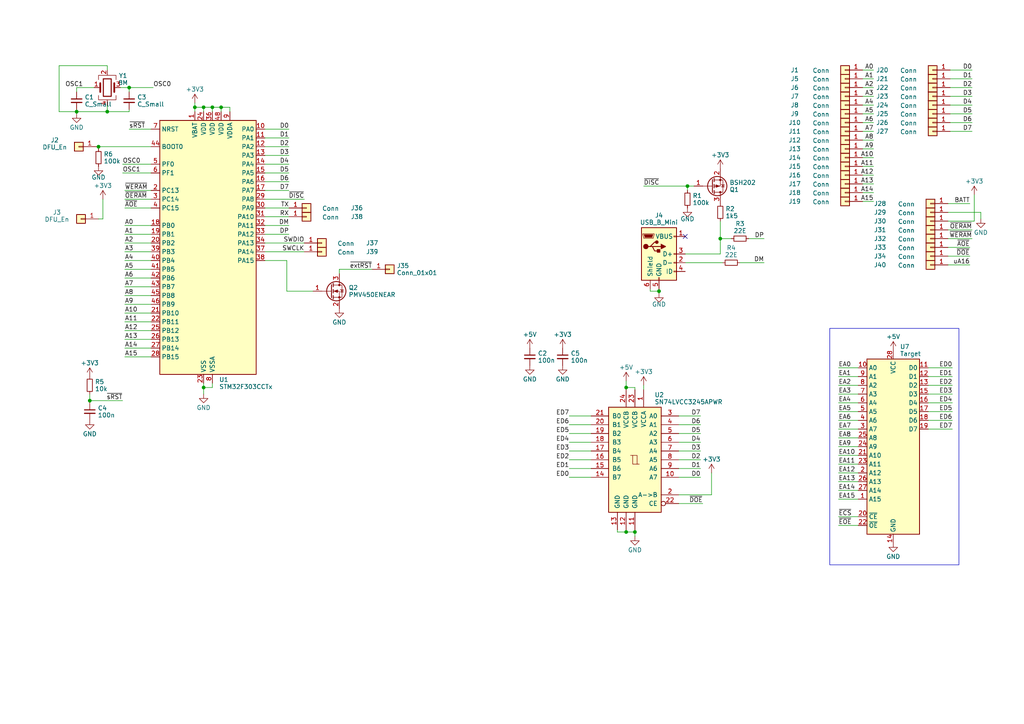
<source format=kicad_sch>
(kicad_sch (version 20230121) (generator eeschema)
  (paper "A4")
  (title_block (title "Eprom Emulator v1") (date "2023-07-18") (rev "v0.1") (company "100% Offner") (comment 1 "STM32F303 Version"))
  (lib_symbols
    (symbol "Connector:USB_B_Mini" (pin_names (offset 1.016))
      (property "Reference" "J" (at -5.08 11.43 0))
      (property "Value" "USB_B_Mini" (at -5.08 8.89 0))
      (symbol "USB_B_Mini_0_1"
        (rectangle (start -5.08 -7.62) (end 5.08 7.62) (stroke (width 0.254)) (fill (type background)))
        (circle (center -3.81 2.159) (radius 0.635) (stroke (width 0.254)) (fill (type outline)))
        (circle (center -0.635 3.429) (radius 0.381) (stroke (width 0.254)) (fill (type outline)))
        (rectangle (start -0.127 -7.62) (end 0.127 -6.858))
        (polyline (pts (xy -1.905 2.159) (xy 0.635 2.159)) (stroke (width 0.254)))
        (polyline (pts (xy -3.175 2.159) (xy -2.54 2.159) (xy -1.27 3.429) (xy -0.635 3.429)) (stroke (width 0.254)))
        (polyline (pts (xy -2.54 2.159) (xy -1.905 2.159) (xy -1.27 0.889) (xy 0 0.889)) (stroke (width 0.254)))
        (polyline (pts (xy 0.635 2.794) (xy 0.635 1.524) (xy 1.905 2.159) (xy 0.635 2.794)) (stroke (width 0.254)) (fill (type outline)))
        (polyline (pts (xy -4.318 5.588) (xy -1.778 5.588) (xy -2.032 4.826) (xy -4.064 4.826) (xy -4.318 5.588)) (fill (type outline)))
        (polyline (pts (xy -4.699 5.842) (xy -4.699 5.588) (xy -4.445 4.826) (xy -4.445 4.572) (xy -1.651 4.572) (xy -1.651 4.826) (xy -1.397 5.588) (xy -1.397 5.842) (xy -4.699 5.842)))
        (rectangle (start 0.254 1.27) (end -0.508 0.508) (stroke (width 0.254)) (fill (type outline)))
        (rectangle (start 5.08 -5.207) (end 4.318 -4.953))
        (rectangle (start 5.08 -2.667) (end 4.318 -2.413))
        (rectangle (start 5.08 -0.127) (end 4.318 0.127))
        (rectangle (start 5.08 4.953) (end 4.318 5.207))
      )
      (symbol "USB_B_Mini_1_1"
        (pin power_out line (at 7.62 5.08 180) (length 2.54) (name "VBUS") (number "1"))
        (pin bidirectional line (at 7.62 -2.54 180) (length 2.54) (name "D-") (number "2"))
        (pin bidirectional line (at 7.62 0 180) (length 2.54) (name "D+") (number "3"))
        (pin passive line (at 7.62 -5.08 180) (length 2.54) (name "ID") (number "4"))
        (pin power_out line (at 0 -10.16 90) (length 2.54) (name "GND") (number "5"))
        (pin passive line (at -2.54 -10.16 90) (length 2.54) (name "Shield") (number "6"))
      )
    )
    (symbol "Connector_Generic:Conn_01x01" (pin_names (offset 1.016) hide)
      (property "Reference" "J" (at 0 2.54 0))
      (property "Value" "Conn_01x01" (at 0 -2.54 0))
      (symbol "Conn_01x01_1_1"
        (rectangle (start -1.27 0.127) (end 0 -0.127) (stroke (width 0.1524)))
        (rectangle (start -1.27 1.27) (end 1.27 -1.27) (stroke (width 0.254)) (fill (type background)))
        (pin passive line (at -5.08 0 0) (length 3.81) (name "Pin_1") (number "1"))
      )
    )
    (symbol "Device:C_Small" (pin_numbers hide) (pin_names (offset 0.254) hide)
      (property "Reference" "C" (at 0.254 1.778 0))
      (property "Value" "C_Small" (at 0.254 -2.032 0))
      (symbol "C_Small_0_1"
        (polyline (pts (xy -1.524 -0.508) (xy 1.524 -0.508)) (stroke (width 0.3302)))
        (polyline (pts (xy -1.524 0.508) (xy 1.524 0.508)) (stroke (width 0.3048)))
      )
      (symbol "C_Small_1_1"
        (pin passive line (at 0 2.54 270) (length 2.032) (name "~") (number "1"))
        (pin passive line (at 0 -2.54 90) (length 2.032) (name "~") (number "2"))
      )
    )
    (symbol "Device:Crystal_GND24" (pin_names (offset 1.016) hide)
      (property "Reference" "Y" (at 3.175 5.08 0))
      (property "Value" "Crystal_GND24" (at 3.175 3.175 0))
      (symbol "Crystal_GND24_0_1"
        (rectangle (start -1.143 2.54) (end 1.143 -2.54) (stroke (width 0.3048)))
        (polyline (pts (xy -2.54 0) (xy -2.032 0)))
        (polyline (pts (xy -2.032 -1.27) (xy -2.032 1.27)) (stroke (width 0.508)))
        (polyline (pts (xy 0 -3.81) (xy 0 -3.556)))
        (polyline (pts (xy 0 3.556) (xy 0 3.81)))
        (polyline (pts (xy 2.032 -1.27) (xy 2.032 1.27)) (stroke (width 0.508)))
        (polyline (pts (xy 2.032 0) (xy 2.54 0)))
        (polyline (pts (xy -2.54 -2.286) (xy -2.54 -3.556) (xy 2.54 -3.556) (xy 2.54 -2.286)))
        (polyline (pts (xy -2.54 2.286) (xy -2.54 3.556) (xy 2.54 3.556) (xy 2.54 2.286)))
      )
      (symbol "Crystal_GND24_1_1"
        (pin passive line (at -3.81 0 0) (length 1.27) (name "1") (number "1"))
        (pin passive line (at 0 5.08 270) (length 1.27) (name "2") (number "2"))
        (pin passive line (at 3.81 0 180) (length 1.27) (name "3") (number "3"))
        (pin passive line (at 0 -5.08 90) (length 1.27) (name "4") (number "4"))
      )
    )
    (symbol "Device:Q_NMOS_GSD" (pin_names (offset 0) hide)
      (property "Reference" "Q" (at 5.08 1.27 0))
      (property "Value" "Q_NMOS_GSD" (at 5.08 -1.27 0))
      (symbol "Q_NMOS_GSD_0_1"
        (polyline (pts (xy 0.254 0) (xy -2.54 0)))
        (polyline (pts (xy 0.254 1.905) (xy 0.254 -1.905)) (stroke (width 0.254)))
        (polyline (pts (xy 0.762 -1.27) (xy 0.762 -2.286)) (stroke (width 0.254)))
        (polyline (pts (xy 0.762 0.508) (xy 0.762 -0.508)) (stroke (width 0.254)))
        (polyline (pts (xy 0.762 2.286) (xy 0.762 1.27)) (stroke (width 0.254)))
        (polyline (pts (xy 2.54 2.54) (xy 2.54 1.778)))
        (polyline (pts (xy 2.54 -2.54) (xy 2.54 0) (xy 0.762 0)))
        (polyline (pts (xy 0.762 -1.778) (xy 3.302 -1.778) (xy 3.302 1.778) (xy 0.762 1.778)))
        (polyline (pts (xy 1.016 0) (xy 2.032 0.381) (xy 2.032 -0.381) (xy 1.016 0)) (fill (type outline)))
        (polyline (pts (xy 2.794 0.508) (xy 2.921 0.381) (xy 3.683 0.381) (xy 3.81 0.254)))
        (polyline (pts (xy 3.302 0.381) (xy 2.921 -0.254) (xy 3.683 -0.254) (xy 3.302 0.381)))
        (circle (center 1.651 0) (radius 2.794) (stroke (width 0.254)))
        (circle (center 2.54 -1.778) (radius 0.254) (fill (type outline)))
        (circle (center 2.54 1.778) (radius 0.254) (fill (type outline)))
      )
      (symbol "Q_NMOS_GSD_1_1"
        (pin input line (at -5.08 0 0) (length 2.54) (name "G") (number "1"))
        (pin passive line (at 2.54 -5.08 90) (length 2.54) (name "S") (number "2"))
        (pin passive line (at 2.54 5.08 270) (length 2.54) (name "D") (number "3"))
      )
    )
    (symbol "Device:Q_PMOS_GSD" (pin_names (offset 0) hide)
      (property "Reference" "Q" (at 5.08 1.27 0))
      (property "Value" "Q_PMOS_GSD" (at 5.08 -1.27 0))
      (symbol "Q_PMOS_GSD_0_1"
        (polyline (pts (xy 0.254 0) (xy -2.54 0)))
        (polyline (pts (xy 0.254 1.905) (xy 0.254 -1.905)) (stroke (width 0.254)))
        (polyline (pts (xy 0.762 -1.27) (xy 0.762 -2.286)) (stroke (width 0.254)))
        (polyline (pts (xy 0.762 0.508) (xy 0.762 -0.508)) (stroke (width 0.254)))
        (polyline (pts (xy 0.762 2.286) (xy 0.762 1.27)) (stroke (width 0.254)))
        (polyline (pts (xy 2.54 2.54) (xy 2.54 1.778)))
        (polyline (pts (xy 2.54 -2.54) (xy 2.54 0) (xy 0.762 0)))
        (polyline (pts (xy 0.762 1.778) (xy 3.302 1.778) (xy 3.302 -1.778) (xy 0.762 -1.778)))
        (polyline (pts (xy 2.286 0) (xy 1.27 0.381) (xy 1.27 -0.381) (xy 2.286 0)) (fill (type outline)))
        (polyline (pts (xy 2.794 -0.508) (xy 2.921 -0.381) (xy 3.683 -0.381) (xy 3.81 -0.254)))
        (polyline (pts (xy 3.302 -0.381) (xy 2.921 0.254) (xy 3.683 0.254) (xy 3.302 -0.381)))
        (circle (center 1.651 0) (radius 2.794) (stroke (width 0.254)))
        (circle (center 2.54 -1.778) (radius 0.254) (fill (type outline)))
        (circle (center 2.54 1.778) (radius 0.254) (fill (type outline)))
      )
      (symbol "Q_PMOS_GSD_1_1"
        (pin input line (at -5.08 0 0) (length 2.54) (name "G") (number "1"))
        (pin passive line (at 2.54 -5.08 90) (length 2.54) (name "S") (number "2"))
        (pin passive line (at 2.54 5.08 270) (length 2.54) (name "D") (number "3"))
      )
    )
    (symbol "Device:R_Small" (pin_numbers hide) (pin_names (offset 0.254) hide)
      (property "Reference" "R" (at 0.762 0.508 0))
      (property "Value" "R_Small" (at 0.762 -1.016 0))
      (symbol "R_Small_0_1"
        (rectangle (start -0.762 1.778) (end 0.762 -1.778) (stroke (width 0.2032)))
      )
      (symbol "R_Small_1_1"
        (pin passive line (at 0 2.54 270) (length 0.762) (name "~") (number "1"))
        (pin passive line (at 0 -2.54 90) (length 0.762) (name "~") (number "2"))
      )
    )
    (symbol "GND_7" (power) (pin_names (offset 0))
      (property "Value" "GND_7" (at 0 -3.81 0))
      (symbol "GND_7_0_1"
        (polyline (pts (xy 0 0) (xy 0 -1.27) (xy 1.27 -1.27) (xy 0 -2.54) (xy -1.27 -1.27) (xy 0 -1.27)))
      )
      (symbol "GND_7_1_1"
        (pin power_in line (at 0 0 270) (length 0) hide (name "GND") (number "1"))
      )
    )
    (symbol "MCU_ST_STM32F3:STM32F303CCTx"
      (property "Reference" "U" (at -12.7 39.37 0))
      (property "Value" "STM32F303CCTx" (at 10.16 39.37 0))
      (symbol "STM32F303CCTx_0_1"
        (rectangle (start -12.7 -35.56) (end 15.24 38.1) (stroke (width 0.254)) (fill (type background)))
      )
      (symbol "STM32F303CCTx_1_1"
        (pin power_in line (at -2.54 40.64 270) (length 2.54) (name "VBAT") (number "1"))
        (pin bidirectional line (at 17.78 35.56 180) (length 2.54) (name "PA0") (number "10"))
        (pin bidirectional line (at 17.78 33.02 180) (length 2.54) (name "PA1") (number "11"))
        (pin bidirectional line (at 17.78 30.48 180) (length 2.54) (name "PA2") (number "12"))
        (pin bidirectional line (at 17.78 27.94 180) (length 2.54) (name "PA3") (number "13"))
        (pin bidirectional line (at 17.78 25.4 180) (length 2.54) (name "PA4") (number "14"))
        (pin bidirectional line (at 17.78 22.86 180) (length 2.54) (name "PA5") (number "15"))
        (pin bidirectional line (at 17.78 20.32 180) (length 2.54) (name "PA6") (number "16"))
        (pin bidirectional line (at 17.78 17.78 180) (length 2.54) (name "PA7") (number "17"))
        (pin bidirectional line (at -15.24 7.62 0) (length 2.54) (name "PB0") (number "18"))
        (pin bidirectional line (at -15.24 5.08 0) (length 2.54) (name "PB1") (number "19"))
        (pin bidirectional line (at -15.24 17.78 0) (length 2.54) (name "PC13") (number "2"))
        (pin bidirectional line (at -15.24 2.54 0) (length 2.54) (name "PB2") (number "20"))
        (pin bidirectional line (at -15.24 -17.78 0) (length 2.54) (name "PB10") (number "21"))
        (pin bidirectional line (at -15.24 -20.32 0) (length 2.54) (name "PB11") (number "22"))
        (pin power_in line (at 0 -38.1 90) (length 2.54) (name "VSS") (number "23"))
        (pin power_in line (at 0 40.64 270) (length 2.54) (name "VDD") (number "24"))
        (pin bidirectional line (at -15.24 -22.86 0) (length 2.54) (name "PB12") (number "25"))
        (pin bidirectional line (at -15.24 -25.4 0) (length 2.54) (name "PB13") (number "26"))
        (pin bidirectional line (at -15.24 -27.94 0) (length 2.54) (name "PB14") (number "27"))
        (pin bidirectional line (at -15.24 -30.48 0) (length 2.54) (name "PB15") (number "28"))
        (pin bidirectional line (at 17.78 15.24 180) (length 2.54) (name "PA8") (number "29"))
        (pin bidirectional line (at -15.24 15.24 0) (length 2.54) (name "PC14") (number "3"))
        (pin bidirectional line (at 17.78 12.7 180) (length 2.54) (name "PA9") (number "30"))
        (pin bidirectional line (at 17.78 10.16 180) (length 2.54) (name "PA10") (number "31"))
        (pin bidirectional line (at 17.78 7.62 180) (length 2.54) (name "PA11") (number "32"))
        (pin bidirectional line (at 17.78 5.08 180) (length 2.54) (name "PA12") (number "33"))
        (pin bidirectional line (at 17.78 2.54 180) (length 2.54) (name "PA13") (number "34"))
        (pin passive line (at 0 -38.1 90) (length 2.54) hide (name "VSS") (number "35"))
        (pin power_in line (at 2.54 40.64 270) (length 2.54) (name "VDD") (number "36"))
        (pin bidirectional line (at 17.78 0 180) (length 2.54) (name "PA14") (number "37"))
        (pin bidirectional line (at 17.78 -2.54 180) (length 2.54) (name "PA15") (number "38"))
        (pin bidirectional line (at -15.24 0 0) (length 2.54) (name "PB3") (number "39"))
        (pin bidirectional line (at -15.24 12.7 0) (length 2.54) (name "PC15") (number "4"))
        (pin bidirectional line (at -15.24 -2.54 0) (length 2.54) (name "PB4") (number "40"))
        (pin bidirectional line (at -15.24 -5.08 0) (length 2.54) (name "PB5") (number "41"))
        (pin bidirectional line (at -15.24 -7.62 0) (length 2.54) (name "PB6") (number "42"))
        (pin bidirectional line (at -15.24 -10.16 0) (length 2.54) (name "PB7") (number "43"))
        (pin input line (at -15.24 30.48 0) (length 2.54) (name "BOOT0") (number "44"))
        (pin bidirectional line (at -15.24 -12.7 0) (length 2.54) (name "PB8") (number "45"))
        (pin bidirectional line (at -15.24 -15.24 0) (length 2.54) (name "PB9") (number "46"))
        (pin passive line (at 0 -38.1 90) (length 2.54) hide (name "VSS") (number "47"))
        (pin power_in line (at 5.08 40.64 270) (length 2.54) (name "VDD") (number "48"))
        (pin bidirectional line (at -15.24 25.4 0) (length 2.54) (name "PF0") (number "5"))
        (pin bidirectional line (at -15.24 22.86 0) (length 2.54) (name "PF1") (number "6"))
        (pin input line (at -15.24 35.56 0) (length 2.54) (name "NRST") (number "7"))
        (pin power_in line (at 2.54 -38.1 90) (length 2.54) (name "VSSA") (number "8"))
        (pin power_in line (at 7.62 40.64 270) (length 2.54) (name "VDDA") (number "9"))
      )
    )
    (symbol "Memory_EPROM:27C512"
      (property "Reference" "U" (at -7.62 26.67 0))
      (property "Value" "27C512" (at 2.54 -26.67 0))
      (symbol "27C512_1_1"
        (rectangle (start -7.62 25.4) (end 7.62 -25.4) (stroke (width 0.254)) (fill (type background)))
        (pin input line (at -10.16 -15.24 0) (length 2.54) (name "A15") (number "1"))
        (pin input line (at -10.16 22.86 0) (length 2.54) (name "A0") (number "10"))
        (pin tri_state line (at 10.16 22.86 180) (length 2.54) (name "D0") (number "11"))
        (pin tri_state line (at 10.16 20.32 180) (length 2.54) (name "D1") (number "12"))
        (pin tri_state line (at 10.16 17.78 180) (length 2.54) (name "D2") (number "13"))
        (pin power_in line (at 0 -27.94 90) (length 2.54) (name "GND") (number "14"))
        (pin tri_state line (at 10.16 15.24 180) (length 2.54) (name "D3") (number "15"))
        (pin tri_state line (at 10.16 12.7 180) (length 2.54) (name "D4") (number "16"))
        (pin tri_state line (at 10.16 10.16 180) (length 2.54) (name "D5") (number "17"))
        (pin tri_state line (at 10.16 7.62 180) (length 2.54) (name "D6") (number "18"))
        (pin tri_state line (at 10.16 5.08 180) (length 2.54) (name "D7") (number "19"))
        (pin input line (at -10.16 -7.62 0) (length 2.54) (name "A12") (number "2"))
        (pin input line (at -10.16 -20.32 0) (length 2.54) (name "~{CE}") (number "20"))
        (pin input line (at -10.16 -2.54 0) (length 2.54) (name "A10") (number "21"))
        (pin input line (at -10.16 -22.86 0) (length 2.54) (name "~{OE}") (number "22"))
        (pin input line (at -10.16 -5.08 0) (length 2.54) (name "A11") (number "23"))
        (pin input line (at -10.16 0 0) (length 2.54) (name "A9") (number "24"))
        (pin input line (at -10.16 2.54 0) (length 2.54) (name "A8") (number "25"))
        (pin input line (at -10.16 -10.16 0) (length 2.54) (name "A13") (number "26"))
        (pin input line (at -10.16 -12.7 0) (length 2.54) (name "A14") (number "27"))
        (pin power_in line (at 0 27.94 270) (length 2.54) (name "VCC") (number "28"))
        (pin input line (at -10.16 5.08 0) (length 2.54) (name "A7") (number "3"))
        (pin input line (at -10.16 7.62 0) (length 2.54) (name "A6") (number "4"))
        (pin input line (at -10.16 10.16 0) (length 2.54) (name "A5") (number "5"))
        (pin input line (at -10.16 12.7 0) (length 2.54) (name "A4") (number "6"))
        (pin input line (at -10.16 15.24 0) (length 2.54) (name "A3") (number "7"))
        (pin input line (at -10.16 17.78 0) (length 2.54) (name "A2") (number "8"))
        (pin input line (at -10.16 20.32 0) (length 2.54) (name "A1") (number "9"))
      )
    )
    (symbol "my_ics_new:74LVC4245" (pin_names (offset 1.016))
      (property "Reference" "U" (at -7.62 19.05 0))
      (property "Value" "74LVC4245" (at -10.16 16.51 0))
      (symbol "74LVC4245_1_0"
        (polyline (pts (xy -0.635 -1.27) (xy -0.635 1.27) (xy 0.635 1.27)))
        (polyline (pts (xy -1.27 -1.27) (xy 0.635 -1.27) (xy 0.635 1.27) (xy 1.27 1.27)))
        (pin power_in line (at -2.54 20.32 270) (length 5.08) (name "VCCA") (number "1"))
        (pin tri_state line (at -12.7 -5.08 0) (length 5.08) (name "A7") (number "10"))
        (pin power_in line (at 0 -20.32 90) (length 5.08) (name "GND") (number "11"))
        (pin power_in line (at 2.54 -20.32 90) (length 5.08) (name "GND") (number "12"))
        (pin power_in line (at 5.08 -20.32 90) (length 5.08) (name "GND") (number "13"))
        (pin tri_state line (at 12.7 -5.08 180) (length 5.08) (name "B7") (number "14"))
        (pin tri_state line (at 12.7 -2.54 180) (length 5.08) (name "B6") (number "15"))
        (pin tri_state line (at 12.7 0 180) (length 5.08) (name "B5") (number "16"))
        (pin tri_state line (at 12.7 2.54 180) (length 5.08) (name "B4") (number "17"))
        (pin tri_state line (at 12.7 5.08 180) (length 5.08) (name "B3") (number "18"))
        (pin tri_state line (at 12.7 7.62 180) (length 5.08) (name "B2") (number "19"))
        (pin input line (at -12.7 -10.16 0) (length 5.08) (name "A->B") (number "2"))
        (pin tri_state line (at 12.7 10.16 180) (length 5.08) (name "B1") (number "20"))
        (pin tri_state line (at 12.7 12.7 180) (length 5.08) (name "B0") (number "21"))
        (pin input inverted (at -12.7 -12.7 0) (length 5.08) (name "CE") (number "22"))
        (pin power_in line (at 0 20.32 270) (length 5.08) (name "VCCB") (number "23"))
        (pin power_in line (at 2.54 20.32 270) (length 5.08) (name "VCCB") (number "24"))
        (pin tri_state line (at -12.7 12.7 0) (length 5.08) (name "A0") (number "3"))
        (pin tri_state line (at -12.7 10.16 0) (length 5.08) (name "A1") (number "4"))
        (pin tri_state line (at -12.7 7.62 0) (length 5.08) (name "A2") (number "5"))
        (pin tri_state line (at -12.7 5.08 0) (length 5.08) (name "A3") (number "6"))
        (pin tri_state line (at -12.7 2.54 0) (length 5.08) (name "A4") (number "7"))
        (pin tri_state line (at -12.7 0 0) (length 5.08) (name "A5") (number "8"))
        (pin tri_state line (at -12.7 -2.54 0) (length 5.08) (name "A6") (number "9"))
      )
      (symbol "74LVC4245_1_1"
        (rectangle (start -7.62 15.24) (end 7.62 -15.24) (stroke (width 0.254)) (fill (type background)))
      )
    )
    (symbol "power:+3V3" (power) (pin_names (offset 0))
      (property "Value" "+3V3" (at 0 3.556 0))
      (symbol "+3V3_0_1"
        (polyline (pts (xy -0.762 1.27) (xy 0 2.54)))
        (polyline (pts (xy 0 0) (xy 0 2.54)))
        (polyline (pts (xy 0 2.54) (xy 0.762 1.27)))
      )
      (symbol "+3V3_1_1"
        (pin power_in line (at 0 0 90) (length 0) hide (name "+3V3") (number "1"))
      )
    )
    (symbol "power:+5V" (power) (pin_names (offset 0))
      (property "Value" "+5V" (at 0 3.556 0))
      (symbol "+5V_0_1"
        (polyline (pts (xy -0.762 1.27) (xy 0 2.54)))
        (polyline (pts (xy 0 0) (xy 0 2.54)))
        (polyline (pts (xy 0 2.54) (xy 0.762 1.27)))
      )
      (symbol "+5V_1_1"
        (pin power_in line (at 0 0 90) (length 0) hide (name "+5V") (number "1"))
      )
    )
    (symbol "power:GND" (power) (pin_names (offset 0))
      (property "Value" "GND" (at 0 -3.81 0))
      (symbol "GND_0_1"
        (polyline (pts (xy 0 0) (xy 0 -1.27) (xy 1.27 -1.27) (xy 0 -2.54) (xy -1.27 -1.27) (xy 0 -1.27)))
      )
      (symbol "GND_1_1"
        (pin power_in line (at 0 0 270) (length 0) hide (name "GND") (number "1"))
      )
    )
  )
  (junction (at 59.055 31.115))
  (junction (at 208.915 69.215))
  (junction (at 26.035 116.205))
  (junction (at 181.61 112.395))
  (junction (at 28.575 42.545))
  (junction (at 191.135 84.455))
  (junction (at 199.39 53.975))
  (junction (at 61.595 31.115))
  (junction (at 31.115 32.385))
  (junction (at 181.61 154.305))
  (junction (at 37.465 25.4))
  (junction (at 56.515 31.115))
  (junction (at 22.225 32.385))
  (junction (at 184.15 154.305))
  (junction (at 64.135 31.115))
  (junction (at 59.055 112.395))
  (no_connect (at 198.755 68.58))
  (wire (pts (xy 243.205 121.92) (xy 248.92 121.92)))
  (wire (pts (xy 274.955 71.755) (xy 281.305 71.755)))
  (wire (pts (xy 36.195 95.885) (xy 43.815 95.885)))
  (wire (pts (xy 243.205 111.76) (xy 248.92 111.76)))
  (wire (pts (xy 37.465 25.4) (xy 44.45 25.4)))
  (wire (pts (xy 76.835 73.025) (xy 88.265 73.025)))
  (wire (pts (xy 269.24 119.38) (xy 276.225 119.38)))
  (wire (pts (xy 269.24 111.76) (xy 276.225 111.76)))
  (wire (pts (xy 275.59 20.32) (xy 281.94 20.32)))
  (wire (pts (xy 171.45 135.89) (xy 165.1 135.89)))
  (wire (pts (xy 36.195 57.785) (xy 43.815 57.785)))
  (wire (pts (xy 186.69 53.975) (xy 199.39 53.975)))
  (wire (pts (xy 17.145 32.385) (xy 22.225 32.385)))
  (wire (pts (xy 35.56 50.165) (xy 43.815 50.165)))
  (wire (pts (xy 274.955 64.135) (xy 282.575 64.135)))
  (wire (pts (xy 250.19 40.64) (xy 253.365 40.64)))
  (wire (pts (xy 269.24 116.84) (xy 276.225 116.84)))
  (wire (pts (xy 191.135 84.455) (xy 191.135 83.82)))
  (wire (pts (xy 171.45 130.81) (xy 165.1 130.81)))
  (wire (pts (xy 61.595 112.395) (xy 61.595 111.125)))
  (wire (pts (xy 76.835 45.085) (xy 83.82 45.085)))
  (wire (pts (xy 217.17 69.215) (xy 221.615 69.215)))
  (wire (pts (xy 36.195 100.965) (xy 43.815 100.965)))
  (wire (pts (xy 31.115 19.05) (xy 17.145 19.05)))
  (wire (pts (xy 61.595 31.115) (xy 64.135 31.115)))
  (wire (pts (xy 248.92 144.78) (xy 243.205 144.78)))
  (wire (pts (xy 274.955 74.295) (xy 281.305 74.295)))
  (wire (pts (xy 250.19 43.18) (xy 253.365 43.18)))
  (wire (pts (xy 269.24 124.46) (xy 276.225 124.46)))
  (wire (pts (xy 181.61 112.395) (xy 184.15 112.395)))
  (wire (pts (xy 274.955 61.595) (xy 284.48 61.595)))
  (wire (pts (xy 64.135 31.115) (xy 66.675 31.115)))
  (wire (pts (xy 203.2 133.35) (xy 196.85 133.35)))
  (wire (pts (xy 171.45 138.43) (xy 165.1 138.43)))
  (wire (pts (xy 198.755 76.2) (xy 209.55 76.2)))
  (wire (pts (xy 31.115 20.32) (xy 31.115 19.05)))
  (wire (pts (xy 203.2 125.73) (xy 196.85 125.73)))
  (wire (pts (xy 274.955 76.835) (xy 281.305 76.835)))
  (wire (pts (xy 203.2 128.27) (xy 196.85 128.27)))
  (wire (pts (xy 76.835 40.005) (xy 83.82 40.005)))
  (wire (pts (xy 188.595 84.455) (xy 188.595 83.82)))
  (wire (pts (xy 64.135 31.115) (xy 64.135 32.385)))
  (wire (pts (xy 83.185 84.455) (xy 90.805 84.455)))
  (wire (pts (xy 203.2 120.65) (xy 196.85 120.65)))
  (wire (pts (xy 184.15 154.305) (xy 181.61 154.305)))
  (wire (pts (xy 198.755 73.66) (xy 208.915 73.66)))
  (wire (pts (xy 208.915 73.66) (xy 208.915 69.215)))
  (wire (pts (xy 66.675 31.115) (xy 66.675 32.385)))
  (wire (pts (xy 76.835 47.625) (xy 83.82 47.625)))
  (wire (pts (xy 203.2 130.81) (xy 196.85 130.81)))
  (wire (pts (xy 243.205 119.38) (xy 248.92 119.38)))
  (wire (pts (xy 36.195 88.265) (xy 43.815 88.265)))
  (wire (pts (xy 56.515 31.115) (xy 59.055 31.115)))
  (wire (pts (xy 184.15 154.305) (xy 184.15 155.575)))
  (wire (pts (xy 76.835 42.545) (xy 83.82 42.545)))
  (wire (pts (xy 199.39 53.975) (xy 201.295 53.975)))
  (wire (pts (xy 36.195 60.325) (xy 43.815 60.325)))
  (wire (pts (xy 59.055 31.115) (xy 61.595 31.115)))
  (wire (pts (xy 243.205 109.22) (xy 248.92 109.22)))
  (wire (pts (xy 181.61 110.49) (xy 181.61 112.395)))
  (wire (pts (xy 107.95 78.105) (xy 98.425 78.105)))
  (wire (pts (xy 243.205 134.62) (xy 248.92 134.62)))
  (wire (pts (xy 36.195 65.405) (xy 43.815 65.405)))
  (wire (pts (xy 76.835 65.405) (xy 83.82 65.405)))
  (wire (pts (xy 269.24 109.22) (xy 276.225 109.22)))
  (wire (pts (xy 206.375 137.16) (xy 206.375 143.51)))
  (wire (pts (xy 36.195 90.805) (xy 43.815 90.805)))
  (wire (pts (xy 250.19 38.1) (xy 253.365 38.1)))
  (wire (pts (xy 37.465 32.385) (xy 37.465 31.75)))
  (wire (pts (xy 59.055 112.395) (xy 59.055 114.3)))
  (wire (pts (xy 22.225 25.4) (xy 22.225 26.67)))
  (wire (pts (xy 76.835 57.785) (xy 88.265 57.785)))
  (wire (pts (xy 199.39 53.975) (xy 199.39 55.245)))
  (wire (pts (xy 36.195 80.645) (xy 43.815 80.645)))
  (wire (pts (xy 203.835 146.05) (xy 196.85 146.05)))
  (wire (pts (xy 36.195 67.945) (xy 43.815 67.945)))
  (wire (pts (xy 191.135 85.09) (xy 191.135 84.455)))
  (wire (pts (xy 171.45 123.19) (xy 165.1 123.19)))
  (wire (pts (xy 76.835 67.945) (xy 83.82 67.945)))
  (wire (pts (xy 31.115 32.385) (xy 37.465 32.385)))
  (wire (pts (xy 250.19 33.02) (xy 253.365 33.02)))
  (wire (pts (xy 248.92 149.86) (xy 243.205 149.86)))
  (wire (pts (xy 36.195 55.245) (xy 43.815 55.245)))
  (wire (pts (xy 36.195 85.725) (xy 43.815 85.725)))
  (wire (pts (xy 214.63 76.2) (xy 221.615 76.2)))
  (wire (pts (xy 36.195 75.565) (xy 43.815 75.565)))
  (wire (pts (xy 250.19 53.34) (xy 253.365 53.34)))
  (wire (pts (xy 61.595 31.115) (xy 61.595 32.385)))
  (wire (pts (xy 56.515 29.845) (xy 56.515 31.115)))
  (wire (pts (xy 275.59 33.02) (xy 281.94 33.02)))
  (wire (pts (xy 275.59 22.86) (xy 281.94 22.86)))
  (wire (pts (xy 243.205 132.08) (xy 248.92 132.08)))
  (wire (pts (xy 83.185 75.565) (xy 76.835 75.565)))
  (wire (pts (xy 171.45 125.73) (xy 165.1 125.73)))
  (wire (pts (xy 275.59 25.4) (xy 281.94 25.4)))
  (wire (pts (xy 171.45 128.27) (xy 165.1 128.27)))
  (wire (pts (xy 181.61 154.305) (xy 179.07 154.305)))
  (wire (pts (xy 203.2 135.89) (xy 196.85 135.89)))
  (wire (pts (xy 36.195 83.185) (xy 43.815 83.185)))
  (wire (pts (xy 250.19 25.4) (xy 253.365 25.4)))
  (wire (pts (xy 243.205 142.24) (xy 248.92 142.24)))
  (wire (pts (xy 76.835 62.865) (xy 83.82 62.865)))
  (wire (pts (xy 269.24 121.92) (xy 276.225 121.92)))
  (wire (pts (xy 37.465 26.67) (xy 37.465 25.4)))
  (wire (pts (xy 206.375 143.51) (xy 196.85 143.51)))
  (wire (pts (xy 36.195 70.485) (xy 43.815 70.485)))
  (wire (pts (xy 59.055 112.395) (xy 61.595 112.395)))
  (wire (pts (xy 250.19 55.88) (xy 253.365 55.88)))
  (wire (pts (xy 203.2 123.19) (xy 196.85 123.19)))
  (wire (pts (xy 59.055 111.125) (xy 59.055 112.395)))
  (wire (pts (xy 22.225 32.385) (xy 22.225 31.75)))
  (wire (pts (xy 17.145 19.05) (xy 17.145 32.385)))
  (wire (pts (xy 282.575 56.515) (xy 282.575 64.135)))
  (wire (pts (xy 76.835 55.245) (xy 83.82 55.245)))
  (wire (pts (xy 171.45 133.35) (xy 165.1 133.35)))
  (wire (pts (xy 250.19 45.72) (xy 253.365 45.72)))
  (wire (pts (xy 43.815 93.345) (xy 36.195 93.345)))
  (wire (pts (xy 208.915 69.215) (xy 212.09 69.215)))
  (wire (pts (xy 208.915 64.135) (xy 208.915 69.215)))
  (wire (pts (xy 275.59 35.56) (xy 281.94 35.56)))
  (wire (pts (xy 250.19 50.8) (xy 253.365 50.8)))
  (wire (pts (xy 76.835 52.705) (xy 83.82 52.705)))
  (wire (pts (xy 76.835 37.465) (xy 83.82 37.465)))
  (wire (pts (xy 248.92 152.4) (xy 243.205 152.4)))
  (wire (pts (xy 250.19 27.94) (xy 253.365 27.94)))
  (wire (pts (xy 243.205 137.16) (xy 248.92 137.16)))
  (wire (pts (xy 59.055 31.115) (xy 59.055 32.385)))
  (wire (pts (xy 37.465 25.4) (xy 34.925 25.4)))
  (wire (pts (xy 191.135 84.455) (xy 188.595 84.455)))
  (wire (pts (xy 83.185 84.455) (xy 83.185 75.565)))
  (wire (pts (xy 184.15 153.67) (xy 184.15 154.305)))
  (wire (pts (xy 243.205 124.46) (xy 248.92 124.46)))
  (wire (pts (xy 76.835 50.165) (xy 83.82 50.165)))
  (wire (pts (xy 203.2 138.43) (xy 196.85 138.43)))
  (wire (pts (xy 26.035 116.205) (xy 35.56 116.205)))
  (wire (pts (xy 250.19 22.86) (xy 253.365 22.86)))
  (wire (pts (xy 284.48 63.5) (xy 284.48 61.595)))
  (wire (pts (xy 26.035 116.84) (xy 26.035 116.205)))
  (wire (pts (xy 76.835 70.485) (xy 88.265 70.485)))
  (wire (pts (xy 243.205 114.3) (xy 248.92 114.3)))
  (wire (pts (xy 275.59 30.48) (xy 281.94 30.48)))
  (wire (pts (xy 269.24 114.3) (xy 276.225 114.3)))
  (wire (pts (xy 22.225 32.385) (xy 31.115 32.385)))
  (wire (pts (xy 243.205 106.68) (xy 248.92 106.68)))
  (wire (pts (xy 36.195 73.025) (xy 43.815 73.025)))
  (wire (pts (xy 274.955 66.675) (xy 281.94 66.675)))
  (wire (pts (xy 250.19 58.42) (xy 253.365 58.42)))
  (wire (pts (xy 43.815 42.545) (xy 28.575 42.545)))
  (wire (pts (xy 181.61 154.305) (xy 181.61 153.67)))
  (wire (pts (xy 26.035 114.3) (xy 26.035 116.205)))
  (wire (pts (xy 28.575 42.545) (xy 27.94 42.545)))
  (wire (pts (xy 250.19 35.56) (xy 253.365 35.56)))
  (wire (pts (xy 22.225 33.02) (xy 22.225 32.385)))
  (wire (pts (xy 181.61 112.395) (xy 181.61 113.03)))
  (wire (pts (xy 22.225 25.4) (xy 27.305 25.4)))
  (wire (pts (xy 250.19 20.32) (xy 253.365 20.32)))
  (wire (pts (xy 243.205 129.54) (xy 248.92 129.54)))
  (wire (pts (xy 250.19 48.26) (xy 253.365 48.26)))
  (wire (pts (xy 243.205 139.7) (xy 248.92 139.7)))
  (wire (pts (xy 275.59 27.94) (xy 281.94 27.94)))
  (wire (pts (xy 56.515 31.115) (xy 56.515 32.385)))
  (wire (pts (xy 274.955 59.055) (xy 281.305 59.055)))
  (wire (pts (xy 28.575 42.545) (xy 28.575 43.18)))
  (wire (pts (xy 250.19 30.48) (xy 253.365 30.48)))
  (wire (pts (xy 243.205 116.84) (xy 248.92 116.84)))
  (wire (pts (xy 36.195 78.105) (xy 43.815 78.105)))
  (wire (pts (xy 35.56 47.625) (xy 43.815 47.625)))
  (wire (pts (xy 243.205 127) (xy 248.92 127)))
  (wire (pts (xy 274.955 69.215) (xy 281.94 69.215)))
  (wire (pts (xy 36.195 98.425) (xy 43.815 98.425)))
  (wire (pts (xy 179.07 154.305) (xy 179.07 153.67)))
  (wire (pts (xy 269.24 106.68) (xy 276.225 106.68)))
  (wire (pts (xy 171.45 120.65) (xy 165.1 120.65)))
  (wire (pts (xy 28.575 63.5) (xy 29.845 63.5)))
  (wire (pts (xy 36.195 103.505) (xy 43.815 103.505)))
  (wire (pts (xy 275.59 38.1) (xy 281.94 38.1)))
  (wire (pts (xy 37.465 37.465) (xy 43.815 37.465)))
  (wire (pts (xy 31.115 32.385) (xy 31.115 30.48)))
  (wire (pts (xy 184.15 112.395) (xy 184.15 113.03)))
  (wire (pts (xy 29.845 57.785) (xy 29.845 63.5)))
  (wire (pts (xy 186.69 111.76) (xy 186.69 113.03)))
  (wire (pts (xy 76.835 60.325) (xy 83.82 60.325)))
  (wire (pts (xy 98.425 78.105) (xy 98.425 79.375)))
  (rectangle (start 240.665 95.25) (end 278.13 163.83))
  (label "EA14" (at 243.205 142.24 0))
  (label "EA5" (at 243.205 119.38 0))
  (label "A1" (at 253.365 22.86 180))
  (label "~{DOE}" (at 281.305 74.295 180))
  (label "A7" (at 253.365 38.1 180))
  (label "EA1" (at 243.205 109.22 0))
  (label "~{ECS}" (at 243.205 149.86 0))
  (label "A12" (at 36.195 95.885 0))
  (label "~{sRST}" (at 37.465 37.465 0))
  (label "EA15" (at 243.205 144.78 0))
  (label "A6" (at 253.365 35.56 180))
  (label "D5" (at 203.2 125.73 180))
  (label "A8" (at 253.365 40.64 180))
  (label "OSC1" (at 35.56 50.165 0))
  (label "ED0" (at 276.225 106.68 180))
  (label "A13" (at 36.195 98.425 0))
  (label "D3" (at 83.82 45.085 180))
  (label "EA11" (at 243.205 134.62 0))
  (label "D7" (at 281.94 38.1 180))
  (label "ED5" (at 276.225 119.38 180))
  (label "A1" (at 36.195 67.945 0))
  (label "D7" (at 83.82 55.245 180))
  (label "A14" (at 36.195 100.965 0))
  (label "EA7" (at 243.205 124.46 0))
  (label "A10" (at 253.365 45.72 180))
  (label "A15" (at 36.195 103.505 0))
  (label "A2" (at 253.365 25.4 180))
  (label "A11" (at 253.365 48.26 180))
  (label "A9" (at 253.365 43.18 180))
  (label "A5" (at 36.195 78.105 0))
  (label "D2" (at 83.82 42.545 180))
  (label "ED3" (at 165.1 130.81 180))
  (label "D2" (at 203.2 133.35 180))
  (label "ED7" (at 276.225 124.46 180))
  (label "~{EOE}" (at 243.205 152.4 0))
  (label "~{WERAM}" (at 281.94 69.215 180))
  (label "A13" (at 253.365 53.34 180))
  (label "EA0" (at 243.205 106.68 0))
  (label "A6" (at 36.195 80.645 0))
  (label "A2" (at 36.195 70.485 0))
  (label "ED3" (at 276.225 114.3 180))
  (label "A3" (at 36.195 73.025 0))
  (label "D7" (at 203.2 120.65 180))
  (label "D2" (at 281.94 25.4 180))
  (label "DP" (at 221.615 69.215 180))
  (label "A0" (at 253.365 20.32 180))
  (label "EA2" (at 243.205 111.76 0))
  (label "A9" (at 36.195 88.265 0))
  (label "D3" (at 203.2 130.81 180))
  (label "A0" (at 36.195 65.405 0))
  (label "EA10" (at 243.205 132.08 0))
  (label "~{AOE}" (at 281.305 71.755 180))
  (label "ED4" (at 276.225 116.84 180))
  (label "D5" (at 83.82 50.165 180))
  (label "ED1" (at 276.225 109.22 180))
  (label "A12" (at 253.365 50.8 180))
  (label "OSC0" (at 44.45 25.4 0))
  (label "D4" (at 203.2 128.27 180))
  (label "A8" (at 36.195 85.725 0))
  (label "A10" (at 36.195 90.805 0))
  (label "~{extRST}" (at 107.95 78.105 180))
  (label "D0" (at 203.2 138.43 180))
  (label "EA3" (at 243.205 114.3 0))
  (label "~{DISC}" (at 186.69 53.975 0))
  (label "OSC1" (at 24.13 25.4 180))
  (label "D0" (at 83.82 37.465 180))
  (label "A4" (at 36.195 75.565 0))
  (label "~{WERAM}" (at 36.195 55.245 0))
  (label "DM" (at 221.615 76.2 180))
  (label "D1" (at 83.82 40.005 180))
  (label "~{OERAM}" (at 36.195 57.785 0))
  (label "D0" (at 281.94 20.32 180))
  (label "D4" (at 281.94 30.48 180))
  (label "D6" (at 83.82 52.705 180))
  (label "ED4" (at 165.1 128.27 180))
  (label "A3" (at 253.365 27.94 180))
  (label "D1" (at 281.94 22.86 180))
  (label "TX" (at 83.82 60.325 180))
  (label "A11" (at 36.195 93.345 0))
  (label "uA16" (at 281.305 76.835 180))
  (label "DM" (at 83.82 65.405 180))
  (label "ED2" (at 165.1 133.35 180))
  (label "D4" (at 83.82 47.625 180))
  (label "ED1" (at 165.1 135.89 180))
  (label "D5" (at 281.94 33.02 180))
  (label "~{AOE}" (at 36.195 60.325 0))
  (label "EA6" (at 243.205 121.92 0))
  (label "ED6" (at 165.1 123.19 180))
  (label "EA13" (at 243.205 139.7 0))
  (label "SWDIO" (at 88.265 70.485 180))
  (label "DP" (at 83.82 67.945 180))
  (label "D3" (at 281.94 27.94 180))
  (label "ED2" (at 276.225 111.76 180))
  (label "D6" (at 281.94 35.56 180))
  (label "D6" (at 203.2 123.19 180))
  (label "A15" (at 253.365 58.42 180))
  (label "~{DOE}" (at 203.835 146.05 180))
  (label "ED7" (at 165.1 120.65 180))
  (label "EA4" (at 243.205 116.84 0))
  (label "A4" (at 253.365 30.48 180))
  (label "~{sRST}" (at 35.56 116.205 180))
  (label "RX" (at 83.82 62.865 180))
  (label "EA12" (at 243.205 137.16 0))
  (label "~{OERAM}" (at 281.94 66.675 180))
  (label "ED5" (at 165.1 125.73 180))
  (label "ED6" (at 276.225 121.92 180))
  (label "EA8" (at 243.205 127 0))
  (label "BATT" (at 281.305 59.055 180))
  (label "EA9" (at 243.205 129.54 0))
  (label "A14" (at 253.365 55.88 180))
  (label "SWCLK" (at 88.265 73.025 180))
  (label "A7" (at 36.195 83.185 0))
  (label "~{DISC}" (at 88.265 57.785 180))
  (label "ED0" (at 165.1 138.43 180))
  (label "OSC0" (at 35.56 47.625 0))
  (label "A5" (at 253.365 33.02 180))
  (label "D1" (at 203.2 135.89 180))
  (symbol (lib_id "power:GND") (at 259.08 157.48 0) (unit 1)
    (property "Reference" "#PWR02" (effects hide))
    (property "Value" "GND" (at 259.08 161.425 0))
  )
  (symbol (lib_id "power:+3V3") (at 163.195 100.965 0) (mirror y) (unit 1)
    (property "Reference" "#PWR023" (effects hide))
    (property "Value" "+3V3" (at 163.195 97.02 0))
  )
  (symbol (lib_id "Device:R_Small") (at 212.09 76.2 90) (unit 1)
    (property "Reference" "R4" (at 212.09 71.8834 90))
    (property "Value" "22E" (at 212.09 73.9314 90))
    (property "Footprint" "Resistor_SMD:R_0805_2012Metric" (effects hide))
  )
  (symbol (lib_id "Connector_Generic:Conn_01x01") (at 245.11 50.8 0) (mirror y) (unit 1)
    (property "Reference" "J16" (at 230.505 50.8 0))
    (property "Value" "Conn" (at 238.125 50.943 0))
    (property "Footprint" "my_own_conn:PTH_0.8_0.5mm" (effects hide))
  )
  (symbol (lib_id "power:GND") (at 98.425 89.535 0) (unit 1)
    (property "Reference" "#PWR011" (effects hide))
    (property "Value" "GND" (at 98.425 93.48 0))
  )
  (symbol (lib_id "power:GND") (at 22.225 33.02 0) (unit 1)
    (property "Reference" "#PWR04" (effects hide))
    (property "Value" "GND" (at 22.225 36.965 0))
  )
  (symbol (lib_id "Connector_Generic:Conn_01x01") (at 88.9 60.325 0) (unit 1)
    (property "Reference" "J36" (at 103.505 60.325 0))
    (property "Value" "Conn" (at 95.885 60.468 0))
    (property "Footprint" "my_own_conn:PTH_0.8_0.5mm" (effects hide))
  )
  (symbol (lib_id "Connector_Generic:Conn_01x01") (at 245.11 48.26 0) (mirror y) (unit 1)
    (property "Reference" "J15" (at 230.505 48.26 0))
    (property "Value" "Conn" (at 238.125 48.403 0))
    (property "Footprint" "my_own_conn:PTH_0.8_0.5mm" (effects hide))
  )
  (symbol (lib_id "power:+3V3") (at 26.035 109.22 0) (unit 1)
    (property "Reference" "#PWR012" (effects hide))
    (property "Value" "+3V3" (at 26.035 105.275 0))
  )
  (symbol (lib_id "Connector_Generic:Conn_01x01") (at 245.11 55.88 0) (mirror y) (unit 1)
    (property "Reference" "J18" (at 230.505 55.88 0))
    (property "Value" "Conn" (at 238.125 56.023 0))
    (property "Footprint" "my_own_conn:PTH_0.8_0.5mm" (effects hide))
  )
  (symbol (lib_id "power:+3V3") (at 206.375 137.16 0) (mirror y) (unit 1)
    (property "Reference" "#PWR022" (effects hide))
    (property "Value" "+3V3" (at 206.375 133.215 0))
  )
  (symbol (lib_id "Connector_Generic:Conn_01x01") (at 269.875 64.135 0) (mirror y) (unit 1)
    (property "Reference" "J30" (at 255.27 64.135 0))
    (property "Value" "Conn" (at 262.89 64.278 0))
    (property "Footprint" "my_own_conn:PTH_0.8_0.5mm" (effects hide))
  )
  (symbol (lib_id "power:+3V3") (at 208.915 48.895 0) (unit 1)
    (property "Reference" "#PWR08" (effects hide))
    (property "Value" "+3V3" (at 208.915 44.95 0))
  )
  (symbol (lib_id "Connector_Generic:Conn_01x01") (at 245.11 20.32 0) (mirror y) (unit 1)
    (property "Reference" "J1" (at 230.505 20.32 0))
    (property "Value" "Conn" (at 238.125 20.463 0))
    (property "Footprint" "my_own_conn:PTH_0.8_0.5mm" (effects hide))
  )
  (symbol (lib_id "Device:R_Small") (at 26.035 111.76 0) (unit 1)
    (property "Reference" "R5" (at 27.5336 110.736 0) (effects (justify left)))
    (property "Value" "10k" (at 27.5336 112.784 0) (effects (justify left)))
    (property "Footprint" "Resistor_SMD:R_0805_2012Metric" (effects hide))
  )
  (symbol (lib_id "Connector_Generic:Conn_01x01") (at 270.51 27.94 0) (mirror y) (unit 1)
    (property "Reference" "J23" (at 255.905 27.94 0))
    (property "Value" "Conn" (at 263.525 28.083 0))
    (property "Footprint" "my_own_conn:PTH_0.8_0.5mm" (effects hide))
  )
  (symbol (lib_id "power:+3V3") (at 29.845 57.785 0) (unit 1)
    (property "Reference" "#PWR05" (effects hide))
    (property "Value" "+3V3" (at 29.845 53.84 0))
  )
  (symbol (lib_id "Connector_Generic:Conn_01x01") (at 245.11 53.34 0) (mirror y) (unit 1)
    (property "Reference" "J17" (at 230.505 53.34 0))
    (property "Value" "Conn" (at 238.125 53.483 0))
    (property "Footprint" "my_own_conn:PTH_0.8_0.5mm" (effects hide))
  )
  (symbol (lib_id "Connector_Generic:Conn_01x01") (at 270.51 25.4 0) (mirror y) (unit 1)
    (property "Reference" "J22" (at 255.905 25.4 0))
    (property "Value" "Conn" (at 263.525 25.543 0))
    (property "Footprint" "my_own_conn:PTH_0.8_0.5mm" (effects hide))
  )
  (symbol (lib_id "power:+3V3") (at 282.575 56.515 0) (unit 1)
    (property "Reference" "#PWR021" (effects hide))
    (property "Value" "+3V3" (at 282.575 52.57 0))
  )
  (symbol (lib_id "Connector_Generic:Conn_01x01") (at 269.875 69.215 0) (mirror y) (unit 1)
    (property "Reference" "J32" (at 255.27 69.215 0))
    (property "Value" "Conn" (at 262.89 69.358 0))
    (property "Footprint" "my_own_conn:PTH_0.8_0.5mm" (effects hide))
  )
  (symbol (lib_id "Device:C_Small") (at 26.035 119.38 0) (unit 1)
    (property "Reference" "C4" (at 28.3591 118.3623 0) (effects (justify left)))
    (property "Value" "100n" (at 28.3591 120.4103 0) (effects (justify left)))
    (property "Footprint" "Capacitor_SMD:C_0805_2012Metric" (effects hide))
  )
  (symbol (lib_id "Connector_Generic:Conn_01x01") (at 269.875 66.675 0) (mirror y) (unit 1)
    (property "Reference" "J31" (at 255.27 66.675 0))
    (property "Value" "Conn" (at 262.89 66.818 0))
    (property "Footprint" "my_own_conn:PTH_0.8_0.5mm" (effects hide))
  )
  (symbol (lib_id "Connector_Generic:Conn_01x01") (at 270.51 30.48 0) (mirror y) (unit 1)
    (property "Reference" "J24" (at 255.905 30.48 0))
    (property "Value" "Conn" (at 263.525 30.623 0))
    (property "Footprint" "my_own_conn:PTH_0.8_0.5mm" (effects hide))
  )
  (symbol (lib_id "Connector_Generic:Conn_01x01") (at 245.11 25.4 0) (mirror y) (unit 1)
    (property "Reference" "J6" (at 230.505 25.4 0))
    (property "Value" "Conn" (at 238.125 25.543 0))
    (property "Footprint" "my_own_conn:PTH_0.8_0.5mm" (effects hide))
  )
  (symbol (lib_id "Connector_Generic:Conn_01x01") (at 270.51 22.86 0) (mirror y) (unit 1)
    (property "Reference" "J21" (at 255.905 22.86 0))
    (property "Value" "Conn" (at 263.525 23.003 0))
    (property "Footprint" "my_own_conn:PTH_0.8_0.5mm" (effects hide))
  )
  (symbol (lib_id "Connector:USB_B_Mini") (at 191.135 73.66 0) (unit 1)
    (property "Reference" "J4" (at 191.135 62.46 0))
    (property "Value" "USB_B_Mini" (at 191.135 64.508 0))
    (property "Footprint" "Connector_USB:USB_Micro-B_Amphenol_10104110_Horizontal" (effects hide))
  )
  (symbol (lib_id "Device:C_Small") (at 153.67 103.505 0) (unit 1)
    (property "Reference" "C2" (at 155.9941 102.4873 0) (effects (justify left)))
    (property "Value" "100n" (at 155.9941 104.5353 0) (effects (justify left)))
    (property "Footprint" "Capacitor_SMD:C_0805_2012Metric" (effects hide))
  )
  (symbol (lib_id "power:GND") (at 184.15 155.575 0) (mirror y) (unit 1)
    (property "Reference" "#PWR024" (effects hide))
    (property "Value" "GND" (at 184.15 159.52 0))
  )
  (symbol (lib_id "Connector_Generic:Conn_01x01") (at 270.51 33.02 0) (mirror y) (unit 1)
    (property "Reference" "J25" (at 255.905 33.02 0))
    (property "Value" "Conn" (at 263.525 33.163 0))
    (property "Footprint" "my_own_conn:PTH_0.8_0.5mm" (effects hide))
  )
  (symbol (lib_id "Connector_Generic:Conn_01x01") (at 245.11 45.72 0) (mirror y) (unit 1)
    (property "Reference" "J14" (at 230.505 45.72 0))
    (property "Value" "Conn" (at 238.125 45.863 0))
    (property "Footprint" "my_own_conn:PTH_0.8_0.5mm" (effects hide))
  )
  (symbol (lib_id "Connector_Generic:Conn_01x01") (at 113.03 78.105 0) (unit 1)
    (property "Reference" "J35" (at 115.062 77.081 0) (effects (justify left)))
    (property "Value" "Conn_01x01" (at 115.062 79.129 0) (effects (justify left)))
    (property "Footprint" "Connector_PinHeader_2.54mm:PinHeader_1x01_P2.54mm_Vertical" (effects hide))
  )
  (symbol (lib_id "Connector_Generic:Conn_01x01") (at 245.11 40.64 0) (mirror y) (unit 1)
    (property "Reference" "J12" (at 230.505 40.64 0))
    (property "Value" "Conn" (at 238.125 40.783 0))
    (property "Footprint" "my_own_conn:PTH_0.8_0.5mm" (effects hide))
  )
  (symbol (lib_id "MCU_ST_STM32F3:STM32F303CCTx") (at 59.055 73.025 0) (unit 1)
    (property "Reference" "U1" (at 63.5509 110.117 0) (effects (justify left)))
    (property "Value" "STM32F303CCTx" (at 63.5509 112.165 0) (effects (justify left)))
    (property "Footprint" "Package_QFP:LQFP-48_7x7mm_P0.5mm" (effects hide))
    (property "Datasheet" "https://www.st.com/resource/en/datasheet/stm32f303cc.pdf" (effects hide))
  )
  (symbol (lib_id "Connector_Generic:Conn_01x01") (at 245.11 30.48 0) (mirror y) (unit 1)
    (property "Reference" "J8" (at 230.505 30.48 0))
    (property "Value" "Conn" (at 238.125 30.623 0))
    (property "Footprint" "my_own_conn:PTH_0.8_0.5mm" (effects hide))
  )
  (symbol (lib_id "Connector_Generic:Conn_01x01") (at 245.11 35.56 0) (mirror y) (unit 1)
    (property "Reference" "J10" (at 230.505 35.56 0))
    (property "Value" "Conn" (at 238.125 35.703 0))
    (property "Footprint" "my_own_conn:PTH_0.8_0.5mm" (effects hide))
  )
  (symbol (lib_id "Device:Q_PMOS_GSD") (at 206.375 53.975 0) (mirror x) (unit 1)
    (property "Reference" "Q1" (at 211.582 54.999 0) (effects (justify left)))
    (property "Value" "BSH202" (at 211.582 52.951 0) (effects (justify left)))
    (property "Footprint" "Package_TO_SOT_SMD:SOT-23-3" (effects hide))
  )
  (symbol (lib_id "Connector_Generic:Conn_01x01") (at 270.51 38.1 0) (mirror y) (unit 1)
    (property "Reference" "J27" (at 255.905 38.1 0))
    (property "Value" "Conn" (at 263.525 38.243 0))
    (property "Footprint" "my_own_conn:PTH_0.8_0.5mm" (effects hide))
  )
  (symbol (lib_id "Connector_Generic:Conn_01x01") (at 93.345 70.485 0) (unit 1)
    (property "Reference" "J37" (at 107.95 70.485 0))
    (property "Value" "Conn" (at 100.33 70.628 0))
    (property "Footprint" "my_own_conn:PTH_0.8_0.5mm" (effects hide))
  )
  (symbol (lib_id "Connector_Generic:Conn_01x01") (at 245.11 43.18 0) (mirror y) (unit 1)
    (property "Reference" "J13" (at 230.505 43.18 0))
    (property "Value" "Conn" (at 238.125 43.323 0))
    (property "Footprint" "my_own_conn:PTH_0.8_0.5mm" (effects hide))
  )
  (symbol (lib_name "GND_7") (lib_id "power:GND") (at 191.135 85.09 0) (unit 1)
    (property "Reference" "#PWR010" (effects hide))
    (property "Value" "GND" (at 191.135 88.265 0))
  )
  (symbol (lib_id "Connector_Generic:Conn_01x01") (at 269.875 74.295 0) (mirror y) (unit 1)
    (property "Reference" "J34" (at 255.27 74.295 0))
    (property "Value" "Conn" (at 262.89 74.438 0))
    (property "Footprint" "my_own_conn:PTH_0.8_0.5mm" (effects hide))
  )
  (symbol (lib_id "Connector_Generic:Conn_01x01") (at 23.495 63.5 0) (mirror y) (unit 1)
    (property "Reference" "J3" (at 16.51 61.595 0))
    (property "Value" "DFU_En" (at 16.51 63.643 0))
    (property "Footprint" "my_own_conn:PTH_0.8_0.5mm" (effects hide))
  )
  (symbol (lib_id "Connector_Generic:Conn_01x01") (at 269.875 61.595 0) (mirror y) (unit 1)
    (property "Reference" "J29" (at 255.27 61.595 0))
    (property "Value" "Conn" (at 262.89 61.738 0))
    (property "Footprint" "my_own_conn:PTH_0.8_0.5mm" (effects hide))
  )
  (symbol (lib_id "Connector_Generic:Conn_01x01") (at 245.11 58.42 0) (mirror y) (unit 1)
    (property "Reference" "J19" (at 230.505 58.42 0))
    (property "Value" "Conn" (at 238.125 58.563 0))
    (property "Footprint" "my_own_conn:PTH_0.8_0.5mm" (effects hide))
  )
  (symbol (lib_id "power:GND") (at 59.055 114.3 0) (unit 1)
    (property "Reference" "#PWR013" (effects hide))
    (property "Value" "GND" (at 59.055 118.245 0))
  )
  (symbol (lib_id "Connector_Generic:Conn_01x01") (at 245.11 38.1 0) (mirror y) (unit 1)
    (property "Reference" "J11" (at 230.505 38.1 0))
    (property "Value" "Conn" (at 238.125 38.243 0))
    (property "Footprint" "my_own_conn:PTH_0.8_0.5mm" (effects hide))
  )
  (symbol (lib_id "Connector_Generic:Conn_01x01") (at 245.11 33.02 0) (mirror y) (unit 1)
    (property "Reference" "J9" (at 230.505 33.02 0))
    (property "Value" "Conn" (at 238.125 33.163 0))
    (property "Footprint" "my_own_conn:PTH_0.8_0.5mm" (effects hide))
  )
  (symbol (lib_id "Connector_Generic:Conn_01x01") (at 245.11 27.94 0) (mirror y) (unit 1)
    (property "Reference" "J7" (at 230.505 27.94 0))
    (property "Value" "Conn" (at 238.125 28.083 0))
    (property "Footprint" "my_own_conn:PTH_0.8_0.5mm" (effects hide))
  )
  (symbol (lib_id "Connector_Generic:Conn_01x01") (at 245.11 22.86 0) (mirror y) (unit 1)
    (property "Reference" "J5" (at 230.505 22.86 0))
    (property "Value" "Conn" (at 238.125 23.003 0))
    (property "Footprint" "my_own_conn:PTH_0.8_0.5mm" (effects hide))
  )
  (symbol (lib_id "Device:R_Small") (at 199.39 57.785 0) (unit 1)
    (property "Reference" "R1" (at 200.8886 56.761 0) (effects (justify left)))
    (property "Value" "100k" (at 200.8886 58.809 0) (effects (justify left)))
    (property "Footprint" "Resistor_SMD:R_0805_2012Metric" (effects hide))
  )
  (symbol (lib_id "power:GND") (at 284.48 63.5 0) (unit 1)
    (property "Reference" "#PWR06" (effects hide))
    (property "Value" "GND" (at 284.48 67.445 0))
  )
  (symbol (lib_id "Device:Crystal_GND24") (at 31.115 25.4 0) (unit 1)
    (property "Reference" "Y1" (at 35.6919 21.9471 0))
    (property "Value" "8M" (at 35.6919 23.9951 0))
    (property "Footprint" "Crystal:Crystal_SMD_5032-4Pin_5.0x3.2mm" (effects hide))
  )
  (symbol (lib_id "Connector_Generic:Conn_01x01") (at 269.875 71.755 0) (mirror y) (unit 1)
    (property "Reference" "J33" (at 255.27 71.755 0))
    (property "Value" "Conn" (at 262.89 71.898 0))
    (property "Footprint" "my_own_conn:PTH_0.8_0.5mm" (effects hide))
  )
  (symbol (lib_id "power:+5V") (at 259.08 101.6 0) (unit 1)
    (property "Reference" "#PWR01" (effects hide))
    (property "Value" "+5V" (at 259.08 97.655 0))
  )
  (symbol (lib_name "GND_7") (lib_id "power:GND") (at 199.39 60.325 0) (unit 1)
    (property "Reference" "#PWR09" (effects hide))
    (property "Value" "GND" (at 199.39 63.5 0))
  )
  (symbol (lib_id "Device:C_Small") (at 37.465 29.21 0) (unit 1)
    (property "Reference" "C3" (at 39.7891 28.1923 0) (effects (justify left)))
    (property "Value" "C_Small" (at 39.7891 30.2403 0) (effects (justify left)))
    (property "Footprint" "Capacitor_SMD:C_0805_2012Metric" (effects hide))
  )
  (symbol (lib_id "Device:C_Small") (at 163.195 103.505 0) (unit 1)
    (property "Reference" "C5" (at 165.5191 102.4873 0) (effects (justify left)))
    (property "Value" "100n" (at 165.5191 104.5353 0) (effects (justify left)))
    (property "Footprint" "Capacitor_SMD:C_0805_2012Metric" (effects hide))
  )
  (symbol (lib_id "Device:R_Small") (at 214.63 69.215 90) (unit 1)
    (property "Reference" "R3" (at 214.63 64.8984 90))
    (property "Value" "22E" (at 214.63 66.9464 90))
    (property "Footprint" "Resistor_SMD:R_0805_2012Metric" (effects hide))
  )
  (symbol (lib_id "Connector_Generic:Conn_01x01") (at 270.51 20.32 0) (mirror y) (unit 1)
    (property "Reference" "J20" (at 255.905 20.32 0))
    (property "Value" "Conn" (at 263.525 20.463 0))
    (property "Footprint" "my_own_conn:PTH_0.8_0.5mm" (effects hide))
  )
  (symbol (lib_id "Connector_Generic:Conn_01x01") (at 269.875 76.835 0) (mirror y) (unit 1)
    (property "Reference" "J40" (at 255.27 76.835 0))
    (property "Value" "Conn" (at 262.89 76.978 0))
    (property "Footprint" "my_own_conn:PTH_0.8_0.5mm" (effects hide))
  )
  (symbol (lib_id "Device:C_Small") (at 22.225 29.21 0) (unit 1)
    (property "Reference" "C1" (at 24.5491 28.1923 0) (effects (justify left)))
    (property "Value" "C_Small" (at 24.5491 30.2403 0) (effects (justify left)))
    (property "Footprint" "Capacitor_SMD:C_0805_2012Metric" (effects hide))
  )
  (symbol (lib_id "Connector_Generic:Conn_01x01") (at 88.9 62.865 0) (unit 1)
    (property "Reference" "J38" (at 103.505 62.865 0))
    (property "Value" "Conn" (at 95.885 63.008 0))
    (property "Footprint" "my_own_conn:PTH_0.8_0.5mm" (effects hide))
  )
  (symbol (lib_id "power:+5V") (at 153.67 100.965 0) (mirror y) (unit 1)
    (property "Reference" "#PWR019" (effects hide))
    (property "Value" "+5V" (at 153.67 97.02 0))
  )
  (symbol (lib_name "GND_7") (lib_id "power:GND") (at 28.575 48.26 0) (unit 1)
    (property "Reference" "#PWR016" (effects hide))
    (property "Value" "GND" (at 28.575 51.435 0))
  )
  (symbol (lib_id "power:+3V3") (at 186.69 111.76 0) (mirror y) (unit 1)
    (property "Reference" "#PWR018" (effects hide))
    (property "Value" "+3V3" (at 186.69 107.815 0))
  )
  (symbol (lib_id "power:+3V3") (at 56.515 29.845 0) (unit 1)
    (property "Reference" "#PWR03" (effects hide))
    (property "Value" "+3V3" (at 56.515 25.9 0))
  )
  (symbol (lib_id "Device:Q_NMOS_GSD") (at 95.885 84.455 0) (unit 1)
    (property "Reference" "Q2" (at 101.092 83.431 0) (effects (justify left)))
    (property "Value" "PMV450ENEAR" (at 101.092 85.479 0) (effects (justify left)))
    (property "Footprint" "Package_TO_SOT_SMD:SOT-23_Handsoldering" (effects hide))
  )
  (symbol (lib_id "power:GND") (at 163.195 106.045 0) (unit 1)
    (property "Reference" "#PWR020" (effects hide))
    (property "Value" "GND" (at 163.195 109.99 0))
  )
  (symbol (lib_id "Connector_Generic:Conn_01x01") (at 269.875 59.055 0) (mirror y) (unit 1)
    (property "Reference" "J28" (at 255.27 59.055 0))
    (property "Value" "Conn" (at 262.89 59.198 0))
    (property "Footprint" "my_own_conn:PTH_0.8_0.5mm" (effects hide))
  )
  (symbol (lib_id "power:+5V") (at 181.61 110.49 0) (mirror y) (unit 1)
    (property "Reference" "#PWR017" (effects hide))
    (property "Value" "+5V" (at 181.61 106.545 0))
  )
  (symbol (lib_id "power:GND") (at 153.67 106.045 0) (unit 1)
    (property "Reference" "#PWR07" (effects hide))
    (property "Value" "GND" (at 153.67 109.99 0))
  )
  (symbol (lib_id "Connector_Generic:Conn_01x01") (at 93.345 73.025 0) (unit 1)
    (property "Reference" "J39" (at 107.95 73.025 0))
    (property "Value" "Conn" (at 100.33 73.168 0))
    (property "Footprint" "my_own_conn:PTH_0.8_0.5mm" (effects hide))
  )
  (symbol (lib_id "Device:R_Small") (at 28.575 45.72 0) (unit 1)
    (property "Reference" "R6" (at 30.0736 44.696 0) (effects (justify left)))
    (property "Value" "100k" (at 30.0736 46.744 0) (effects (justify left)))
    (property "Footprint" "Resistor_SMD:R_0805_2012Metric" (effects hide))
  )
  (symbol (lib_id "Connector_Generic:Conn_01x01") (at 270.51 35.56 0) (mirror y) (unit 1)
    (property "Reference" "J26" (at 255.905 35.56 0))
    (property "Value" "Conn" (at 263.525 35.703 0))
    (property "Footprint" "my_own_conn:PTH_0.8_0.5mm" (effects hide))
  )
  (symbol (lib_id "Device:R_Small") (at 208.915 61.595 0) (unit 1)
    (property "Reference" "R2" (at 210.4136 60.571 0) (effects (justify left)))
    (property "Value" "1k5" (at 210.4136 62.619 0) (effects (justify left)))
    (property "Footprint" "Resistor_SMD:R_0805_2012Metric" (effects hide))
  )
  (symbol (lib_id "my_ics_new:74LVC4245") (at 184.15 133.35 0) (mirror y) (unit 1)
    (property "Reference" "U2" (at 189.8397 114.53 0) (effects (justify right)))
    (property "Value" "SN74LVCC3245APWR" (at 189.8397 116.578 0) (effects (justify right)))
    (property "Footprint" "Package_SO:TSSOP-24_4.4x7.8mm_P0.65mm" (effects hide))
    (property "Datasheet" "https://www.ti.com/lit/ds/symlink/sn74lvc4245a.pdf" (effects hide))
  )
  (symbol (lib_id "Memory_EPROM:27C512") (at 259.08 129.54 0) (unit 1)
    (property "Reference" "U7" (at 261.0359 100.56 0) (effects (justify left)))
    (property "Value" "Target" (at 261.0359 102.608 0) (effects (justify left)))
    (property "Footprint" "Package_DIP:DIP-28_W15.24mm" (effects hide))
    (property "Datasheet" "http://ww1.microchip.com/downloads/en/DeviceDoc/doc0015.pdf" (effects hide))
  )
  (symbol (lib_id "power:GND") (at 26.035 121.92 0) (unit 1)
    (property "Reference" "#PWR014" (effects hide))
    (property "Value" "GND" (at 26.035 125.865 0))
  )
  (symbol (lib_id "Connector_Generic:Conn_01x01") (at 22.86 42.545 0) (mirror y) (unit 1)
    (property "Reference" "J2" (at 15.875 40.64 0))
    (property "Value" "DFU_En" (at 15.875 42.688 0))
    (property "Footprint" "my_own_conn:PTH_0.8_0.5mm" (effects hide))
  )
)
</source>
